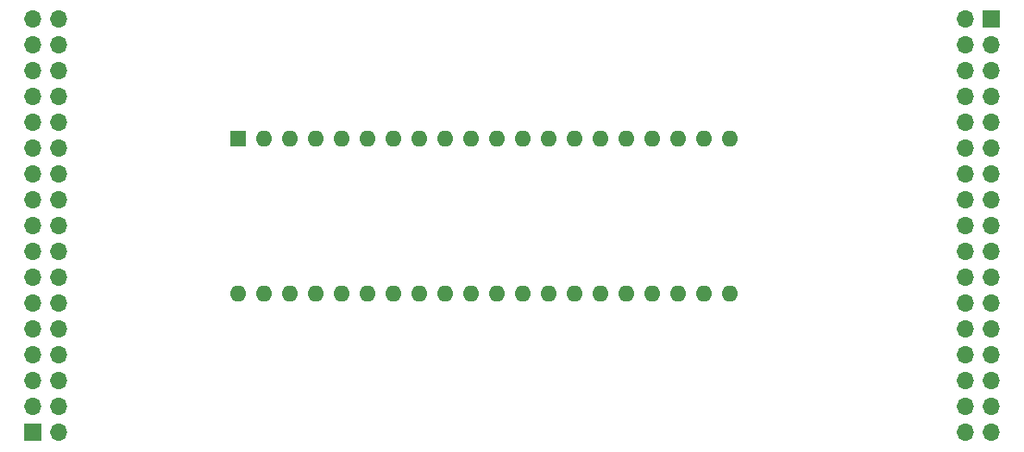
<source format=gbr>
%TF.GenerationSoftware,KiCad,Pcbnew,8.0.7-8.0.7-0~ubuntu22.04.1*%
%TF.CreationDate,2025-01-28T11:45:19+01:00*%
%TF.ProjectId,EF9345,45463933-3435-42e6-9b69-6361645f7063,rev?*%
%TF.SameCoordinates,Original*%
%TF.FileFunction,Soldermask,Bot*%
%TF.FilePolarity,Negative*%
%FSLAX46Y46*%
G04 Gerber Fmt 4.6, Leading zero omitted, Abs format (unit mm)*
G04 Created by KiCad (PCBNEW 8.0.7-8.0.7-0~ubuntu22.04.1) date 2025-01-28 11:45:19*
%MOMM*%
%LPD*%
G01*
G04 APERTURE LIST*
%ADD10R,1.600000X1.600000*%
%ADD11O,1.600000X1.600000*%
%ADD12R,1.700000X1.700000*%
%ADD13O,1.700000X1.700000*%
G04 APERTURE END LIST*
D10*
%TO.C,U5*%
X73152000Y-80772000D03*
D11*
X75692000Y-80772000D03*
X78232000Y-80772000D03*
X80772000Y-80772000D03*
X83312000Y-80772000D03*
X85852000Y-80772000D03*
X88392000Y-80772000D03*
X90932000Y-80772000D03*
X93472000Y-80772000D03*
X96012000Y-80772000D03*
X98552000Y-80772000D03*
X101092000Y-80772000D03*
X103632000Y-80772000D03*
X106172000Y-80772000D03*
X108712000Y-80772000D03*
X111252000Y-80772000D03*
X113792000Y-80772000D03*
X116332000Y-80772000D03*
X118872000Y-80772000D03*
X121412000Y-80772000D03*
X121412000Y-96012000D03*
X118872000Y-96012000D03*
X116332000Y-96012000D03*
X113792000Y-96012000D03*
X111252000Y-96012000D03*
X108712000Y-96012000D03*
X106172000Y-96012000D03*
X103632000Y-96012000D03*
X101092000Y-96012000D03*
X98552000Y-96012000D03*
X96012000Y-96012000D03*
X93472000Y-96012000D03*
X90932000Y-96012000D03*
X88392000Y-96012000D03*
X85852000Y-96012000D03*
X83312000Y-96012000D03*
X80772000Y-96012000D03*
X78232000Y-96012000D03*
X75692000Y-96012000D03*
X73152000Y-96012000D03*
%TD*%
D12*
%TO.C,J3*%
X147000000Y-69000000D03*
D13*
X144460000Y-69000000D03*
X147000000Y-71540000D03*
X144460000Y-71540000D03*
X147000000Y-74080000D03*
X144460000Y-74080000D03*
X147000000Y-76620000D03*
X144460000Y-76620000D03*
X147000000Y-79160000D03*
X144460000Y-79160000D03*
X147000000Y-81700000D03*
X144460000Y-81700000D03*
X147000000Y-84240000D03*
X144460000Y-84240000D03*
X147000000Y-86780000D03*
X144460000Y-86780000D03*
X147000000Y-89320000D03*
X144460000Y-89320000D03*
X147000000Y-91860000D03*
X144460000Y-91860000D03*
X147000000Y-94400000D03*
X144460000Y-94400000D03*
X147000000Y-96940000D03*
X144460000Y-96940000D03*
X147000000Y-99480000D03*
X144460000Y-99480000D03*
X147000000Y-102020000D03*
X144460000Y-102020000D03*
X147000000Y-104560000D03*
X144460000Y-104560000D03*
X147000000Y-107100000D03*
X144460000Y-107100000D03*
X147000000Y-109640000D03*
X144460000Y-109640000D03*
%TD*%
D12*
%TO.C,J1*%
X53000000Y-109640000D03*
D13*
X55540000Y-109640000D03*
X53000000Y-107100000D03*
X55540000Y-107100000D03*
X53000000Y-104560000D03*
X55540000Y-104560000D03*
X53000000Y-102020000D03*
X55540000Y-102020000D03*
X53000000Y-99480000D03*
X55540000Y-99480000D03*
X53000000Y-96940000D03*
X55540000Y-96940000D03*
X53000000Y-94400000D03*
X55540000Y-94400000D03*
X53000000Y-91860000D03*
X55540000Y-91860000D03*
X53000000Y-89320000D03*
X55540000Y-89320000D03*
X53000000Y-86780000D03*
X55540000Y-86780000D03*
X53000000Y-84240000D03*
X55540000Y-84240000D03*
X53000000Y-81700000D03*
X55540000Y-81700000D03*
X53000000Y-79160000D03*
X55540000Y-79160000D03*
X53000000Y-76620000D03*
X55540000Y-76620000D03*
X53000000Y-74080000D03*
X55540000Y-74080000D03*
X53000000Y-71540000D03*
X55540000Y-71540000D03*
X53000000Y-69000000D03*
X55540000Y-69000000D03*
%TD*%
M02*

</source>
